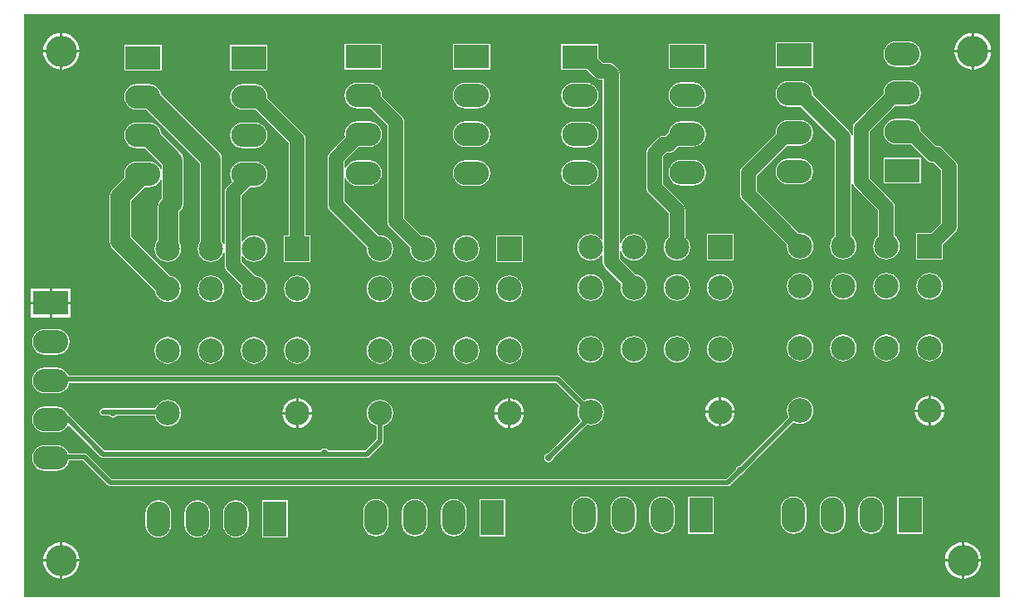
<source format=gbl>
G04*
G04 #@! TF.GenerationSoftware,Altium Limited,Altium Designer,20.2.2 (114)*
G04*
G04 Layer_Physical_Order=2*
G04 Layer_Color=16711680*
%FSLAX44Y44*%
%MOMM*%
G71*
G04*
G04 #@! TF.SameCoordinates,263EBA9D-054C-40F6-8731-2C9348E58862*
G04*
G04*
G04 #@! TF.FilePolarity,Positive*
G04*
G01*
G75*
%ADD24C,2.0000*%
%ADD25C,1.5000*%
%ADD26C,0.5000*%
%ADD27R,3.6000X2.4000*%
%ADD28O,3.6000X2.4000*%
%ADD29R,2.4000X3.6000*%
%ADD30O,2.4000X3.6000*%
%ADD31C,2.5000*%
%ADD32R,2.5000X2.5000*%
%ADD33C,0.7112*%
%ADD34C,3.2000*%
G36*
X997685Y2315D02*
X2315D01*
Y597686D01*
X997686D01*
X997685Y2315D01*
D02*
G37*
%LPC*%
G36*
X971270Y578505D02*
Y561270D01*
X988505D01*
X988272Y563634D01*
X987212Y567129D01*
X985490Y570350D01*
X983173Y573173D01*
X980350Y575490D01*
X977129Y577212D01*
X973634Y578272D01*
X971270Y578505D01*
D02*
G37*
G36*
X968730D02*
X966366Y578272D01*
X962871Y577212D01*
X959650Y575490D01*
X956827Y573173D01*
X954510Y570350D01*
X952788Y567129D01*
X951728Y563634D01*
X951495Y561270D01*
X968730D01*
Y578505D01*
D02*
G37*
G36*
X41270D02*
Y561270D01*
X58505D01*
X58272Y563634D01*
X57212Y567129D01*
X55490Y570350D01*
X53173Y573173D01*
X50350Y575490D01*
X47129Y577212D01*
X43635Y578272D01*
X41270Y578505D01*
D02*
G37*
G36*
X38730D02*
X36365Y578272D01*
X32871Y577212D01*
X29650Y575490D01*
X26827Y573173D01*
X24510Y570350D01*
X22788Y567129D01*
X21728Y563634D01*
X21495Y561270D01*
X38730D01*
Y578505D01*
D02*
G37*
G36*
X903890Y570062D02*
X891890D01*
X888496Y569615D01*
X885334Y568306D01*
X882618Y566222D01*
X880535Y563506D01*
X879225Y560344D01*
X878778Y556950D01*
X879225Y553556D01*
X880535Y550394D01*
X882618Y547678D01*
X885334Y545594D01*
X888496Y544285D01*
X891890Y543838D01*
X903890D01*
X907284Y544285D01*
X910446Y545594D01*
X913162Y547678D01*
X915246Y550394D01*
X916555Y553556D01*
X917002Y556950D01*
X916555Y560344D01*
X915246Y563506D01*
X913162Y566222D01*
X910446Y568306D01*
X907284Y569615D01*
X903890Y570062D01*
D02*
G37*
G36*
X806753Y568970D02*
X768753D01*
Y542970D01*
X806753D01*
Y568970D01*
D02*
G37*
G36*
X697686Y567700D02*
X659686D01*
Y541700D01*
X697686D01*
Y567700D01*
D02*
G37*
G36*
X58505Y558730D02*
X41270D01*
Y541495D01*
X43635Y541728D01*
X47129Y542788D01*
X50350Y544510D01*
X53173Y546827D01*
X55490Y549650D01*
X57212Y552871D01*
X58272Y556366D01*
X58505Y558730D01*
D02*
G37*
G36*
X38730D02*
X21495D01*
X21728Y556366D01*
X22788Y552871D01*
X24510Y549650D01*
X26827Y546827D01*
X29650Y544510D01*
X32871Y542788D01*
X36365Y541728D01*
X38730Y541495D01*
Y558730D01*
D02*
G37*
G36*
X988505D02*
X971270D01*
Y541495D01*
X973634Y541728D01*
X977129Y542788D01*
X980350Y544510D01*
X983173Y546827D01*
X985490Y549650D01*
X987212Y552871D01*
X988272Y556366D01*
X988505Y558730D01*
D02*
G37*
G36*
X968730D02*
X951495D01*
X951728Y556366D01*
X952788Y552871D01*
X954510Y549650D01*
X956827Y546827D01*
X959650Y544510D01*
X962871Y542788D01*
X966366Y541728D01*
X968730Y541495D01*
Y558730D01*
D02*
G37*
G36*
X477470Y567410D02*
X439470D01*
Y541410D01*
X477470D01*
Y567410D01*
D02*
G37*
G36*
X366980D02*
X328980D01*
Y541410D01*
X366980D01*
Y567410D01*
D02*
G37*
G36*
X250140Y566140D02*
X212140D01*
Y540140D01*
X250140D01*
Y566140D01*
D02*
G37*
G36*
X142190D02*
X104190D01*
Y540140D01*
X142190D01*
Y566140D01*
D02*
G37*
G36*
X684686Y528212D02*
X672686D01*
X669292Y527765D01*
X666130Y526455D01*
X663414Y524372D01*
X661330Y521656D01*
X660020Y518494D01*
X659574Y515100D01*
X660020Y511706D01*
X661330Y508544D01*
X663414Y505828D01*
X666130Y503745D01*
X669292Y502435D01*
X672686Y501988D01*
X684686D01*
X688079Y502435D01*
X691242Y503745D01*
X693957Y505828D01*
X696041Y508544D01*
X697351Y511706D01*
X697798Y515100D01*
X697351Y518494D01*
X696041Y521656D01*
X693957Y524372D01*
X691242Y526455D01*
X688079Y527765D01*
X684686Y528212D01*
D02*
G37*
G36*
X464470Y527922D02*
X452470D01*
X449076Y527475D01*
X445914Y526166D01*
X443198Y524082D01*
X441115Y521366D01*
X439805Y518204D01*
X439358Y514810D01*
X439805Y511416D01*
X441115Y508254D01*
X443198Y505538D01*
X445914Y503455D01*
X449076Y502145D01*
X452470Y501698D01*
X464470D01*
X467864Y502145D01*
X471026Y503455D01*
X473742Y505538D01*
X475826Y508254D01*
X477135Y511416D01*
X477582Y514810D01*
X477135Y518204D01*
X475826Y521366D01*
X473742Y524082D01*
X471026Y526166D01*
X467864Y527475D01*
X464470Y527922D01*
D02*
G37*
G36*
X574960Y527692D02*
X562960D01*
X559566Y527245D01*
X556404Y525936D01*
X553688Y523852D01*
X551604Y521136D01*
X550295Y517974D01*
X549848Y514580D01*
X550295Y511186D01*
X551604Y508024D01*
X553688Y505308D01*
X556404Y503224D01*
X559566Y501915D01*
X562960Y501468D01*
X574960D01*
X578354Y501915D01*
X581516Y503224D01*
X584232Y505308D01*
X586315Y508024D01*
X587625Y511186D01*
X588072Y514580D01*
X587625Y517974D01*
X586315Y521136D01*
X584232Y523852D01*
X581516Y525936D01*
X578354Y527245D01*
X574960Y527692D01*
D02*
G37*
G36*
X903890Y530462D02*
X891890D01*
X888496Y530015D01*
X885334Y528705D01*
X882618Y526622D01*
X880535Y523906D01*
X879225Y520744D01*
X878778Y517350D01*
X878893Y516477D01*
X849918Y487502D01*
X848555Y485727D01*
X847699Y483659D01*
X847407Y481440D01*
Y474403D01*
X846137Y474319D01*
X846111Y474512D01*
X845255Y476579D01*
X843892Y478355D01*
X806750Y515497D01*
X806865Y516370D01*
X806418Y519764D01*
X805108Y522926D01*
X803025Y525642D01*
X800309Y527725D01*
X797147Y529035D01*
X793753Y529482D01*
X781753D01*
X778359Y529035D01*
X775197Y527725D01*
X772481Y525642D01*
X770397Y522926D01*
X769088Y519764D01*
X768641Y516370D01*
X769088Y512976D01*
X770397Y509814D01*
X772481Y507098D01*
X775197Y505014D01*
X778359Y503705D01*
X781753Y503258D01*
X793753D01*
X794626Y503373D01*
X829257Y468741D01*
Y371478D01*
X828202Y370668D01*
X826038Y367848D01*
X824678Y364564D01*
X824214Y361040D01*
X824678Y357516D01*
X826038Y354232D01*
X828202Y351412D01*
X831022Y349248D01*
X834306Y347888D01*
X837830Y347424D01*
X841354Y347888D01*
X844638Y349248D01*
X847458Y351412D01*
X849622Y354232D01*
X850983Y357516D01*
X851447Y361040D01*
X850983Y364564D01*
X849622Y367848D01*
X847458Y370668D01*
X846404Y371478D01*
Y424463D01*
X847673Y424546D01*
X847699Y424354D01*
X848555Y422286D01*
X849918Y420511D01*
X873257Y397172D01*
Y371478D01*
X872202Y370668D01*
X870038Y367848D01*
X868678Y364564D01*
X868214Y361040D01*
X868678Y357516D01*
X870038Y354232D01*
X872202Y351412D01*
X875022Y349248D01*
X878306Y347888D01*
X881830Y347424D01*
X885354Y347888D01*
X888638Y349248D01*
X891458Y351412D01*
X893622Y354232D01*
X894983Y357516D01*
X895446Y361040D01*
X894983Y364564D01*
X893622Y367848D01*
X891458Y370668D01*
X890403Y371478D01*
Y400723D01*
X890111Y402942D01*
X889255Y405010D01*
X887892Y406785D01*
X864553Y430124D01*
Y477889D01*
X891017Y504353D01*
X891890Y504238D01*
X903890D01*
X907284Y504685D01*
X910446Y505994D01*
X913162Y508078D01*
X915246Y510794D01*
X916555Y513956D01*
X917002Y517350D01*
X916555Y520744D01*
X915246Y523906D01*
X913162Y526622D01*
X910446Y528705D01*
X907284Y530015D01*
X903890Y530462D01*
D02*
G37*
G36*
X793753Y489882D02*
X781753D01*
X778359Y489435D01*
X775197Y488125D01*
X772481Y486042D01*
X770397Y483326D01*
X769088Y480164D01*
X768641Y476770D01*
X768756Y475897D01*
X734788Y441930D01*
X733426Y440154D01*
X732569Y438086D01*
X732277Y435868D01*
Y414020D01*
X732569Y411801D01*
X733426Y409733D01*
X734788Y407958D01*
X780387Y362359D01*
X780214Y361040D01*
X780678Y357516D01*
X782038Y354232D01*
X784202Y351412D01*
X787022Y349248D01*
X790306Y347888D01*
X793830Y347424D01*
X797354Y347888D01*
X800638Y349248D01*
X803458Y351412D01*
X805622Y354232D01*
X806983Y357516D01*
X807447Y361040D01*
X806983Y364564D01*
X805622Y367848D01*
X803458Y370668D01*
X800638Y372832D01*
X797354Y374193D01*
X793830Y374657D01*
X792512Y374483D01*
X749424Y417571D01*
Y432316D01*
X780880Y463773D01*
X781753Y463658D01*
X793753D01*
X797147Y464105D01*
X800309Y465415D01*
X803025Y467498D01*
X805108Y470214D01*
X806418Y473376D01*
X806865Y476770D01*
X806418Y480164D01*
X805108Y483326D01*
X803025Y486042D01*
X800309Y488125D01*
X797147Y489435D01*
X793753Y489882D01*
D02*
G37*
G36*
X684686Y488612D02*
X672686D01*
X669292Y488165D01*
X666130Y486856D01*
X663414Y484772D01*
X661330Y482056D01*
X660020Y478894D01*
X659793Y477167D01*
X655916Y473290D01*
X653947D01*
X651728Y472998D01*
X649660Y472141D01*
X647885Y470779D01*
X639098Y461992D01*
X637735Y460217D01*
X636879Y458149D01*
X636587Y455930D01*
Y420646D01*
X636879Y418428D01*
X637735Y416360D01*
X639098Y414584D01*
X659473Y394208D01*
Y370208D01*
X658418Y369398D01*
X656255Y366578D01*
X654894Y363294D01*
X654430Y359770D01*
X654894Y356246D01*
X656255Y352962D01*
X658418Y350142D01*
X661238Y347978D01*
X664522Y346618D01*
X668047Y346154D01*
X671571Y346618D01*
X674855Y347978D01*
X677675Y350142D01*
X679839Y352962D01*
X681199Y356246D01*
X681663Y359770D01*
X681199Y363294D01*
X679839Y366578D01*
X677675Y369398D01*
X676620Y370208D01*
Y397760D01*
X676328Y399979D01*
X675471Y402046D01*
X674109Y403822D01*
X653733Y424198D01*
Y452379D01*
X657498Y456143D01*
X659467D01*
X661686Y456436D01*
X663754Y457292D01*
X665529Y458655D01*
X669661Y462786D01*
X672686Y462388D01*
X684686D01*
X688079Y462835D01*
X691242Y464145D01*
X693957Y466228D01*
X696041Y468944D01*
X697351Y472106D01*
X697798Y475500D01*
X697351Y478894D01*
X696041Y482056D01*
X693957Y484772D01*
X691242Y486856D01*
X688079Y488165D01*
X684686Y488612D01*
D02*
G37*
G36*
X464470Y488322D02*
X452470D01*
X449076Y487875D01*
X445914Y486566D01*
X443198Y484482D01*
X441115Y481766D01*
X439805Y478604D01*
X439358Y475210D01*
X439805Y471816D01*
X441115Y468654D01*
X443198Y465938D01*
X445914Y463854D01*
X449076Y462545D01*
X452470Y462098D01*
X464470D01*
X467864Y462545D01*
X471026Y463854D01*
X473742Y465938D01*
X475826Y468654D01*
X477135Y471816D01*
X477582Y475210D01*
X477135Y478604D01*
X475826Y481766D01*
X473742Y484482D01*
X471026Y486566D01*
X467864Y487875D01*
X464470Y488322D01*
D02*
G37*
G36*
X574960Y488092D02*
X562960D01*
X559566Y487645D01*
X556404Y486335D01*
X553688Y484252D01*
X551604Y481536D01*
X550295Y478374D01*
X549848Y474980D01*
X550295Y471586D01*
X551604Y468424D01*
X553688Y465708D01*
X556404Y463624D01*
X559566Y462315D01*
X562960Y461868D01*
X574960D01*
X578354Y462315D01*
X581516Y463624D01*
X584232Y465708D01*
X586315Y468424D01*
X587625Y471586D01*
X588072Y474980D01*
X587625Y478374D01*
X586315Y481536D01*
X584232Y484252D01*
X581516Y486335D01*
X578354Y487645D01*
X574960Y488092D01*
D02*
G37*
G36*
X237140Y487052D02*
X225140D01*
X221746Y486605D01*
X218584Y485295D01*
X215868Y483212D01*
X213785Y480496D01*
X212475Y477334D01*
X212028Y473940D01*
X212475Y470546D01*
X213785Y467384D01*
X215868Y464668D01*
X218584Y462584D01*
X221746Y461275D01*
X225140Y460828D01*
X237140D01*
X240534Y461275D01*
X243696Y462584D01*
X246412Y464668D01*
X248496Y467384D01*
X249805Y470546D01*
X250252Y473940D01*
X249805Y477334D01*
X248496Y480496D01*
X246412Y483212D01*
X243696Y485295D01*
X240534Y486605D01*
X237140Y487052D01*
D02*
G37*
G36*
X129190D02*
X117190D01*
X113796Y486605D01*
X110634Y485295D01*
X107918Y483212D01*
X105835Y480496D01*
X104525Y477334D01*
X104078Y473940D01*
X104525Y470546D01*
X105835Y467384D01*
X107918Y464668D01*
X110634Y462584D01*
X113796Y461275D01*
X117190Y460828D01*
X125529D01*
X142635Y443722D01*
Y439170D01*
X141365Y438917D01*
X140546Y440896D01*
X138462Y443612D01*
X135746Y445695D01*
X132584Y447005D01*
X129190Y447452D01*
X117190D01*
X113796Y447005D01*
X110634Y445695D01*
X107918Y443612D01*
X105835Y440896D01*
X104525Y437734D01*
X104078Y434340D01*
X104476Y431316D01*
X92485Y419325D01*
X90722Y417028D01*
X89613Y414352D01*
X89235Y411480D01*
Y365840D01*
X89613Y362969D01*
X90722Y360293D01*
X92485Y357995D01*
X135368Y315111D01*
X135518Y313976D01*
X136878Y310692D01*
X139042Y307872D01*
X141862Y305708D01*
X145146Y304347D01*
X148670Y303883D01*
X152194Y304347D01*
X155478Y305708D01*
X158299Y307872D01*
X160462Y310692D01*
X161823Y313976D01*
X162287Y317500D01*
X161823Y321024D01*
X160462Y324308D01*
X158299Y327128D01*
X155478Y329292D01*
X152194Y330653D01*
X151059Y330802D01*
X111425Y370436D01*
Y406884D01*
X124270Y419729D01*
X125420Y421228D01*
X129190D01*
X132584Y421675D01*
X135746Y422985D01*
X138462Y425068D01*
X140546Y427784D01*
X141365Y429763D01*
X142635Y429510D01*
Y409509D01*
X141782Y408655D01*
X140018Y406357D01*
X138910Y403681D01*
X138532Y400810D01*
Y367464D01*
X136878Y365308D01*
X135518Y362024D01*
X135054Y358500D01*
X135518Y354976D01*
X136878Y351692D01*
X139042Y348872D01*
X141862Y346708D01*
X145146Y345348D01*
X148670Y344884D01*
X152194Y345348D01*
X155478Y346708D01*
X158299Y348872D01*
X160462Y351692D01*
X161823Y354976D01*
X162287Y358500D01*
X161823Y362024D01*
X160722Y364682D01*
Y396214D01*
X161575Y397068D01*
X163339Y399366D01*
X164447Y402041D01*
X164825Y404913D01*
Y448318D01*
X164447Y451189D01*
X163339Y453865D01*
X161575Y456163D01*
X142075Y475663D01*
X141855Y477334D01*
X140546Y480496D01*
X138462Y483212D01*
X135746Y485295D01*
X132584Y486605D01*
X129190Y487052D01*
D02*
G37*
G36*
X916890Y451150D02*
X878890D01*
Y425150D01*
X916890D01*
Y451150D01*
D02*
G37*
G36*
X793753Y450282D02*
X781753D01*
X778359Y449835D01*
X775197Y448526D01*
X772481Y446442D01*
X770397Y443726D01*
X769088Y440564D01*
X768641Y437170D01*
X769088Y433776D01*
X770397Y430614D01*
X772481Y427898D01*
X775197Y425815D01*
X778359Y424505D01*
X781753Y424058D01*
X793753D01*
X797147Y424505D01*
X800309Y425815D01*
X803025Y427898D01*
X805108Y430614D01*
X806418Y433776D01*
X806865Y437170D01*
X806418Y440564D01*
X805108Y443726D01*
X803025Y446442D01*
X800309Y448526D01*
X797147Y449835D01*
X793753Y450282D01*
D02*
G37*
G36*
X684686Y449012D02*
X672686D01*
X669292Y448565D01*
X666130Y447256D01*
X663414Y445172D01*
X661330Y442456D01*
X660020Y439294D01*
X659574Y435900D01*
X660020Y432506D01*
X661330Y429344D01*
X663414Y426628D01*
X666130Y424544D01*
X669292Y423235D01*
X672686Y422788D01*
X684686D01*
X688079Y423235D01*
X691242Y424544D01*
X693957Y426628D01*
X696041Y429344D01*
X697351Y432506D01*
X697798Y435900D01*
X697351Y439294D01*
X696041Y442456D01*
X693957Y445172D01*
X691242Y447256D01*
X688079Y448565D01*
X684686Y449012D01*
D02*
G37*
G36*
X464470Y448722D02*
X452470D01*
X449076Y448275D01*
X445914Y446965D01*
X443198Y444882D01*
X441115Y442166D01*
X439805Y439004D01*
X439358Y435610D01*
X439805Y432216D01*
X441115Y429054D01*
X443198Y426338D01*
X445914Y424254D01*
X449076Y422945D01*
X452470Y422498D01*
X464470D01*
X467864Y422945D01*
X471026Y424254D01*
X473742Y426338D01*
X475826Y429054D01*
X477135Y432216D01*
X477582Y435610D01*
X477135Y439004D01*
X475826Y442166D01*
X473742Y444882D01*
X471026Y446965D01*
X467864Y448275D01*
X464470Y448722D01*
D02*
G37*
G36*
X353980Y488322D02*
X341980D01*
X338586Y487875D01*
X335424Y486566D01*
X332708Y484482D01*
X330625Y481766D01*
X329315Y478604D01*
X328868Y475210D01*
X329266Y472185D01*
X313978Y456897D01*
X312615Y455121D01*
X311759Y453054D01*
X311467Y450835D01*
Y403454D01*
X311759Y401235D01*
X312615Y399167D01*
X313978Y397392D01*
X351551Y359818D01*
X351377Y358500D01*
X351841Y354976D01*
X353201Y351692D01*
X355365Y348872D01*
X358185Y346708D01*
X361469Y345348D01*
X364994Y344884D01*
X368518Y345348D01*
X371802Y346708D01*
X374622Y348872D01*
X376786Y351692D01*
X378146Y354976D01*
X378610Y358500D01*
X378146Y362024D01*
X376786Y365308D01*
X374622Y368129D01*
X371802Y370292D01*
X368518Y371653D01*
X364994Y372117D01*
X363675Y371943D01*
X328613Y407005D01*
Y430591D01*
X329883Y430843D01*
X330625Y429054D01*
X332708Y426338D01*
X335424Y424254D01*
X338586Y422945D01*
X341980Y422498D01*
X353980D01*
X357374Y422945D01*
X360536Y424254D01*
X363252Y426338D01*
X365336Y429054D01*
X366645Y432216D01*
X367092Y435610D01*
X366645Y439004D01*
X365336Y442166D01*
X363252Y444882D01*
X360536Y446965D01*
X357374Y448275D01*
X353980Y448722D01*
X341980D01*
X338586Y448275D01*
X335424Y446965D01*
X332708Y444882D01*
X330625Y442166D01*
X329883Y440377D01*
X328613Y440629D01*
Y447283D01*
X343428Y462098D01*
X353980D01*
X357374Y462545D01*
X360536Y463854D01*
X363252Y465938D01*
X365336Y468654D01*
X366645Y471816D01*
X367092Y475210D01*
X366645Y478604D01*
X365336Y481766D01*
X363252Y484482D01*
X360536Y486566D01*
X357374Y487875D01*
X353980Y488322D01*
D02*
G37*
G36*
X574960Y448492D02*
X562960D01*
X559566Y448045D01*
X556404Y446735D01*
X553688Y444652D01*
X551604Y441936D01*
X550295Y438774D01*
X549848Y435380D01*
X550295Y431986D01*
X551604Y428824D01*
X553688Y426108D01*
X556404Y424025D01*
X559566Y422715D01*
X562960Y422268D01*
X574960D01*
X578354Y422715D01*
X581516Y424025D01*
X584232Y426108D01*
X586315Y428824D01*
X587625Y431986D01*
X588072Y435380D01*
X587625Y438774D01*
X586315Y441936D01*
X584232Y444652D01*
X581516Y446735D01*
X578354Y448045D01*
X574960Y448492D01*
D02*
G37*
G36*
X587960Y567180D02*
X549960D01*
Y541180D01*
X575835D01*
X583328Y533688D01*
X585103Y532325D01*
X587171Y531469D01*
X589390Y531177D01*
X592473D01*
Y367838D01*
X591203Y367407D01*
X589675Y369398D01*
X586855Y371562D01*
X583571Y372923D01*
X580047Y373387D01*
X576523Y372923D01*
X573239Y371562D01*
X570419Y369398D01*
X568255Y366578D01*
X566894Y363294D01*
X566430Y359770D01*
X566894Y356246D01*
X568255Y352962D01*
X570419Y350142D01*
X573239Y347978D01*
X576523Y346618D01*
X580047Y346154D01*
X583571Y346618D01*
X586855Y347978D01*
X589675Y350142D01*
X591203Y352134D01*
X592473Y351702D01*
Y344476D01*
X592766Y342257D01*
X593622Y340189D01*
X594985Y338414D01*
X610956Y322443D01*
X610894Y322294D01*
X610430Y318770D01*
X610894Y315246D01*
X612255Y311962D01*
X614418Y309142D01*
X617239Y306978D01*
X620523Y305618D01*
X624047Y305154D01*
X627571Y305618D01*
X630855Y306978D01*
X633675Y309142D01*
X635839Y311962D01*
X637199Y315246D01*
X637663Y318770D01*
X637199Y322294D01*
X635839Y325578D01*
X633675Y328398D01*
X630855Y330562D01*
X627571Y331922D01*
X625445Y332202D01*
X609620Y348027D01*
Y356194D01*
X610890Y356277D01*
X610894Y356246D01*
X612255Y352962D01*
X614418Y350142D01*
X617239Y347978D01*
X620523Y346618D01*
X624047Y346154D01*
X627571Y346618D01*
X630855Y347978D01*
X633675Y350142D01*
X635839Y352962D01*
X637199Y356246D01*
X637663Y359770D01*
X637199Y363294D01*
X635839Y366578D01*
X633675Y369398D01*
X630855Y371562D01*
X627571Y372923D01*
X624047Y373387D01*
X620523Y372923D01*
X617239Y371562D01*
X614418Y369398D01*
X612255Y366578D01*
X610894Y363294D01*
X610890Y363263D01*
X609620Y363346D01*
Y536873D01*
X609328Y539092D01*
X608472Y541160D01*
X607109Y542935D01*
X604232Y545812D01*
X602457Y547175D01*
X600389Y548031D01*
X598170Y548323D01*
X592941D01*
X587960Y553305D01*
Y567180D01*
D02*
G37*
G36*
X903890Y490862D02*
X891890D01*
X888496Y490415D01*
X885334Y489105D01*
X882618Y487022D01*
X880535Y484306D01*
X879225Y481144D01*
X878778Y477750D01*
X879225Y474356D01*
X880535Y471194D01*
X882618Y468478D01*
X885334Y466395D01*
X888496Y465085D01*
X891890Y464638D01*
X903890D01*
X906915Y465036D01*
X923198Y448752D01*
X924974Y447390D01*
X927042Y446534D01*
X929261Y446241D01*
X929744D01*
X937577Y438409D01*
Y384911D01*
X927205Y374540D01*
X912330D01*
Y347540D01*
X939330D01*
Y362416D01*
X952212Y375298D01*
X953575Y377074D01*
X954431Y379141D01*
X954723Y381360D01*
Y441960D01*
X954431Y444179D01*
X953575Y446247D01*
X952212Y448022D01*
X939358Y460877D01*
X937582Y462239D01*
X935514Y463096D01*
X933295Y463388D01*
X932812D01*
X916783Y479417D01*
X916555Y481144D01*
X915246Y484306D01*
X913162Y487022D01*
X910446Y489105D01*
X907284Y490415D01*
X903890Y490862D01*
D02*
G37*
G36*
X725547Y373270D02*
X698547D01*
Y346270D01*
X725547D01*
Y373270D01*
D02*
G37*
G36*
X510493Y372000D02*
X483493D01*
Y345000D01*
X510493D01*
Y372000D01*
D02*
G37*
G36*
X237140Y526652D02*
X225140D01*
X221746Y526205D01*
X218584Y524896D01*
X215868Y522812D01*
X213785Y520096D01*
X212475Y516934D01*
X212028Y513540D01*
X212475Y510146D01*
X213785Y506984D01*
X215868Y504268D01*
X218584Y502184D01*
X221746Y500875D01*
X225140Y500428D01*
X237140D01*
X238013Y500543D01*
X272097Y466459D01*
Y372000D01*
X267170D01*
Y345000D01*
X294170D01*
Y372000D01*
X289243D01*
Y470010D01*
X289243Y470010D01*
X288951Y472229D01*
X288095Y474297D01*
X286732Y476072D01*
X250137Y512667D01*
X250252Y513540D01*
X249805Y516934D01*
X248496Y520096D01*
X246412Y522812D01*
X243696Y524896D01*
X240534Y526205D01*
X237140Y526652D01*
D02*
G37*
G36*
X452993Y372117D02*
X449469Y371653D01*
X446185Y370292D01*
X443365Y368129D01*
X441201Y365308D01*
X439841Y362024D01*
X439377Y358500D01*
X439841Y354976D01*
X441201Y351692D01*
X443365Y348872D01*
X446185Y346708D01*
X449469Y345348D01*
X452993Y344884D01*
X456518Y345348D01*
X459802Y346708D01*
X462622Y348872D01*
X464786Y351692D01*
X466146Y354976D01*
X466610Y358500D01*
X466146Y362024D01*
X464786Y365308D01*
X462622Y368129D01*
X459802Y370292D01*
X456518Y371653D01*
X452993Y372117D01*
D02*
G37*
G36*
X353980Y527922D02*
X341980D01*
X338586Y527475D01*
X335424Y526166D01*
X332708Y524082D01*
X330625Y521366D01*
X329315Y518204D01*
X328868Y514810D01*
X329315Y511416D01*
X330625Y508254D01*
X332708Y505538D01*
X335424Y503455D01*
X338586Y502145D01*
X341980Y501698D01*
X353980D01*
X354853Y501813D01*
X372818Y483848D01*
Y386103D01*
X373110Y383884D01*
X373966Y381816D01*
X375329Y380040D01*
X395551Y359818D01*
X395377Y358500D01*
X395841Y354976D01*
X397201Y351692D01*
X399365Y348872D01*
X402185Y346708D01*
X405469Y345348D01*
X408993Y344884D01*
X412518Y345348D01*
X415802Y346708D01*
X418622Y348872D01*
X420786Y351692D01*
X422146Y354976D01*
X422610Y358500D01*
X422146Y362024D01*
X420786Y365308D01*
X418622Y368129D01*
X415802Y370292D01*
X412518Y371653D01*
X408993Y372117D01*
X407675Y371943D01*
X389964Y389654D01*
Y487399D01*
X389672Y489618D01*
X388816Y491686D01*
X387453Y493461D01*
X366977Y513937D01*
X367092Y514810D01*
X366645Y518204D01*
X365336Y521366D01*
X363252Y524082D01*
X360536Y526166D01*
X357374Y527475D01*
X353980Y527922D01*
D02*
G37*
G36*
X129190Y526652D02*
X117190D01*
X113796Y526205D01*
X110634Y524896D01*
X107918Y522812D01*
X105835Y520096D01*
X104525Y516934D01*
X104078Y513540D01*
X104525Y510146D01*
X105835Y506984D01*
X107918Y504268D01*
X110634Y502184D01*
X113796Y500875D01*
X117190Y500428D01*
X126612D01*
X181575Y445464D01*
Y366217D01*
X180878Y365308D01*
X179518Y362024D01*
X179054Y358500D01*
X179518Y354976D01*
X180878Y351692D01*
X183042Y348872D01*
X185862Y346708D01*
X189146Y345348D01*
X192670Y344884D01*
X196194Y345348D01*
X199478Y346708D01*
X202299Y348872D01*
X204462Y351692D01*
X205367Y353876D01*
X206637Y353623D01*
Y341666D01*
X206929Y339447D01*
X207785Y337379D01*
X209148Y335604D01*
X223579Y321172D01*
X223518Y321024D01*
X223054Y317500D01*
X223518Y313976D01*
X224878Y310692D01*
X227042Y307872D01*
X229862Y305708D01*
X233146Y304347D01*
X236670Y303883D01*
X240194Y304347D01*
X243478Y305708D01*
X246298Y307872D01*
X248462Y310692D01*
X249823Y313976D01*
X250287Y317500D01*
X249823Y321024D01*
X248462Y324308D01*
X246298Y327128D01*
X243478Y329292D01*
X240194Y330653D01*
X238068Y330932D01*
X223783Y345217D01*
Y351243D01*
X225054Y351463D01*
X227042Y348872D01*
X229862Y346708D01*
X233146Y345348D01*
X236670Y344884D01*
X240194Y345348D01*
X243478Y346708D01*
X246298Y348872D01*
X248462Y351692D01*
X249823Y354976D01*
X250287Y358500D01*
X249823Y362024D01*
X248462Y365308D01*
X246298Y368129D01*
X243478Y370292D01*
X240194Y371653D01*
X236670Y372117D01*
X233146Y371653D01*
X229862Y370292D01*
X227042Y368129D01*
X225054Y365537D01*
X223783Y365757D01*
Y412319D01*
X232692Y421228D01*
X237140D01*
X240534Y421675D01*
X243696Y422985D01*
X246412Y425068D01*
X248496Y427784D01*
X249805Y430946D01*
X250252Y434340D01*
X249805Y437734D01*
X248496Y440896D01*
X246412Y443612D01*
X243696Y445695D01*
X240534Y447005D01*
X237140Y447452D01*
X225140D01*
X221746Y447005D01*
X218584Y445695D01*
X215868Y443612D01*
X213785Y440896D01*
X212475Y437734D01*
X212028Y434340D01*
X212475Y430946D01*
X213785Y427784D01*
X214312Y427096D01*
X209148Y421932D01*
X207785Y420157D01*
X206929Y418089D01*
X206637Y415870D01*
Y363377D01*
X205367Y363125D01*
X204462Y365308D01*
X203765Y366217D01*
Y450060D01*
X203387Y452931D01*
X202279Y455607D01*
X200515Y457905D01*
X141911Y516509D01*
X141855Y516934D01*
X140546Y520096D01*
X138462Y522812D01*
X135746Y524896D01*
X132584Y526205D01*
X129190Y526652D01*
D02*
G37*
G36*
X925830Y333656D02*
X922306Y333192D01*
X919022Y331832D01*
X916202Y329668D01*
X914038Y326848D01*
X912678Y323564D01*
X912214Y320040D01*
X912678Y316516D01*
X914038Y313232D01*
X916202Y310412D01*
X919022Y308248D01*
X922306Y306887D01*
X925830Y306423D01*
X929354Y306887D01*
X932638Y308248D01*
X935458Y310412D01*
X937622Y313232D01*
X938982Y316516D01*
X939446Y320040D01*
X938982Y323564D01*
X937622Y326848D01*
X935458Y329668D01*
X932638Y331832D01*
X929354Y333192D01*
X925830Y333656D01*
D02*
G37*
G36*
X881830D02*
X878306Y333192D01*
X875022Y331832D01*
X872202Y329668D01*
X870038Y326848D01*
X868678Y323564D01*
X868214Y320040D01*
X868678Y316516D01*
X870038Y313232D01*
X872202Y310412D01*
X875022Y308248D01*
X878306Y306887D01*
X881830Y306423D01*
X885354Y306887D01*
X888638Y308248D01*
X891458Y310412D01*
X893622Y313232D01*
X894983Y316516D01*
X895446Y320040D01*
X894983Y323564D01*
X893622Y326848D01*
X891458Y329668D01*
X888638Y331832D01*
X885354Y333192D01*
X881830Y333656D01*
D02*
G37*
G36*
X837830D02*
X834306Y333192D01*
X831022Y331832D01*
X828202Y329668D01*
X826038Y326848D01*
X824678Y323564D01*
X824214Y320040D01*
X824678Y316516D01*
X826038Y313232D01*
X828202Y310412D01*
X831022Y308248D01*
X834306Y306887D01*
X837830Y306423D01*
X841354Y306887D01*
X844638Y308248D01*
X847458Y310412D01*
X849622Y313232D01*
X850983Y316516D01*
X851447Y320040D01*
X850983Y323564D01*
X849622Y326848D01*
X847458Y329668D01*
X844638Y331832D01*
X841354Y333192D01*
X837830Y333656D01*
D02*
G37*
G36*
X793830D02*
X790306Y333192D01*
X787022Y331832D01*
X784202Y329668D01*
X782038Y326848D01*
X780678Y323564D01*
X780214Y320040D01*
X780678Y316516D01*
X782038Y313232D01*
X784202Y310412D01*
X787022Y308248D01*
X790306Y306887D01*
X793830Y306423D01*
X797354Y306887D01*
X800638Y308248D01*
X803458Y310412D01*
X805622Y313232D01*
X806983Y316516D01*
X807447Y320040D01*
X806983Y323564D01*
X805622Y326848D01*
X803458Y329668D01*
X800638Y331832D01*
X797354Y333192D01*
X793830Y333656D01*
D02*
G37*
G36*
X712047Y332387D02*
X708522Y331922D01*
X705238Y330562D01*
X702418Y328398D01*
X700254Y325578D01*
X698894Y322294D01*
X698430Y318770D01*
X698894Y315246D01*
X700254Y311962D01*
X702418Y309142D01*
X705238Y306978D01*
X708522Y305618D01*
X712047Y305154D01*
X715571Y305618D01*
X718855Y306978D01*
X721675Y309142D01*
X723839Y311962D01*
X725199Y315246D01*
X725663Y318770D01*
X725199Y322294D01*
X723839Y325578D01*
X721675Y328398D01*
X718855Y330562D01*
X715571Y331922D01*
X712047Y332387D01*
D02*
G37*
G36*
X668047D02*
X664522Y331922D01*
X661238Y330562D01*
X658418Y328398D01*
X656255Y325578D01*
X654894Y322294D01*
X654430Y318770D01*
X654894Y315246D01*
X656255Y311962D01*
X658418Y309142D01*
X661238Y306978D01*
X664522Y305618D01*
X668047Y305154D01*
X671571Y305618D01*
X674855Y306978D01*
X677675Y309142D01*
X679839Y311962D01*
X681199Y315246D01*
X681663Y318770D01*
X681199Y322294D01*
X679839Y325578D01*
X677675Y328398D01*
X674855Y330562D01*
X671571Y331922D01*
X668047Y332387D01*
D02*
G37*
G36*
X580047D02*
X576523Y331922D01*
X573239Y330562D01*
X570419Y328398D01*
X568255Y325578D01*
X566894Y322294D01*
X566430Y318770D01*
X566894Y315246D01*
X568255Y311962D01*
X570419Y309142D01*
X573239Y306978D01*
X576523Y305618D01*
X580047Y305154D01*
X583571Y305618D01*
X586855Y306978D01*
X589675Y309142D01*
X591839Y311962D01*
X593199Y315246D01*
X593663Y318770D01*
X593199Y322294D01*
X591839Y325578D01*
X589675Y328398D01*
X586855Y330562D01*
X583571Y331922D01*
X580047Y332387D01*
D02*
G37*
G36*
X49750Y317490D02*
X30480D01*
Y304220D01*
X49750D01*
Y317490D01*
D02*
G37*
G36*
X27940D02*
X8670D01*
Y304220D01*
X27940D01*
Y317490D01*
D02*
G37*
G36*
X496993Y331116D02*
X493469Y330653D01*
X490185Y329292D01*
X487365Y327128D01*
X485201Y324308D01*
X483841Y321024D01*
X483377Y317500D01*
X483841Y313976D01*
X485201Y310692D01*
X487365Y307872D01*
X490185Y305708D01*
X493469Y304347D01*
X496993Y303883D01*
X500518Y304347D01*
X503801Y305708D01*
X506622Y307872D01*
X508786Y310692D01*
X510146Y313976D01*
X510610Y317500D01*
X510146Y321024D01*
X508786Y324308D01*
X506622Y327128D01*
X503801Y329292D01*
X500518Y330653D01*
X496993Y331116D01*
D02*
G37*
G36*
X452993D02*
X449469Y330653D01*
X446185Y329292D01*
X443365Y327128D01*
X441201Y324308D01*
X439841Y321024D01*
X439377Y317500D01*
X439841Y313976D01*
X441201Y310692D01*
X443365Y307872D01*
X446185Y305708D01*
X449469Y304347D01*
X452993Y303883D01*
X456518Y304347D01*
X459802Y305708D01*
X462622Y307872D01*
X464786Y310692D01*
X466146Y313976D01*
X466610Y317500D01*
X466146Y321024D01*
X464786Y324308D01*
X462622Y327128D01*
X459802Y329292D01*
X456518Y330653D01*
X452993Y331116D01*
D02*
G37*
G36*
X408993D02*
X405469Y330653D01*
X402185Y329292D01*
X399365Y327128D01*
X397201Y324308D01*
X395841Y321024D01*
X395377Y317500D01*
X395841Y313976D01*
X397201Y310692D01*
X399365Y307872D01*
X402185Y305708D01*
X405469Y304347D01*
X408993Y303883D01*
X412518Y304347D01*
X415802Y305708D01*
X418622Y307872D01*
X420786Y310692D01*
X422146Y313976D01*
X422610Y317500D01*
X422146Y321024D01*
X420786Y324308D01*
X418622Y327128D01*
X415802Y329292D01*
X412518Y330653D01*
X408993Y331116D01*
D02*
G37*
G36*
X364994D02*
X361469Y330653D01*
X358185Y329292D01*
X355365Y327128D01*
X353201Y324308D01*
X351841Y321024D01*
X351377Y317500D01*
X351841Y313976D01*
X353201Y310692D01*
X355365Y307872D01*
X358185Y305708D01*
X361469Y304347D01*
X364994Y303883D01*
X368518Y304347D01*
X371802Y305708D01*
X374622Y307872D01*
X376786Y310692D01*
X378146Y313976D01*
X378610Y317500D01*
X378146Y321024D01*
X376786Y324308D01*
X374622Y327128D01*
X371802Y329292D01*
X368518Y330653D01*
X364994Y331116D01*
D02*
G37*
G36*
X280670D02*
X277146Y330653D01*
X273862Y329292D01*
X271042Y327128D01*
X268878Y324308D01*
X267518Y321024D01*
X267054Y317500D01*
X267518Y313976D01*
X268878Y310692D01*
X271042Y307872D01*
X273862Y305708D01*
X277146Y304347D01*
X280670Y303883D01*
X284194Y304347D01*
X287478Y305708D01*
X290298Y307872D01*
X292462Y310692D01*
X293822Y313976D01*
X294286Y317500D01*
X293822Y321024D01*
X292462Y324308D01*
X290298Y327128D01*
X287478Y329292D01*
X284194Y330653D01*
X280670Y331116D01*
D02*
G37*
G36*
X192670D02*
X189146Y330653D01*
X185862Y329292D01*
X183042Y327128D01*
X180878Y324308D01*
X179518Y321024D01*
X179054Y317500D01*
X179518Y313976D01*
X180878Y310692D01*
X183042Y307872D01*
X185862Y305708D01*
X189146Y304347D01*
X192670Y303883D01*
X196194Y304347D01*
X199478Y305708D01*
X202299Y307872D01*
X204462Y310692D01*
X205823Y313976D01*
X206287Y317500D01*
X205823Y321024D01*
X204462Y324308D01*
X202299Y327128D01*
X199478Y329292D01*
X196194Y330653D01*
X192670Y331116D01*
D02*
G37*
G36*
X49750Y301680D02*
X30480D01*
Y288410D01*
X49750D01*
Y301680D01*
D02*
G37*
G36*
X27940D02*
X8670D01*
Y288410D01*
X27940D01*
Y301680D01*
D02*
G37*
G36*
X35210Y276462D02*
X23210D01*
X19816Y276015D01*
X16654Y274706D01*
X13938Y272622D01*
X11854Y269906D01*
X10545Y266744D01*
X10098Y263350D01*
X10545Y259956D01*
X11854Y256794D01*
X13938Y254078D01*
X16654Y251994D01*
X19816Y250685D01*
X23210Y250238D01*
X35210D01*
X38604Y250685D01*
X41766Y251994D01*
X44482Y254078D01*
X46565Y256794D01*
X47875Y259956D01*
X48322Y263350D01*
X47875Y266744D01*
X46565Y269906D01*
X44482Y272622D01*
X41766Y274706D01*
X38604Y276015D01*
X35210Y276462D01*
D02*
G37*
G36*
X925830Y270657D02*
X922306Y270193D01*
X919022Y268832D01*
X916202Y266668D01*
X914038Y263848D01*
X912678Y260564D01*
X912214Y257040D01*
X912678Y253516D01*
X914038Y250232D01*
X916202Y247412D01*
X919022Y245248D01*
X922306Y243888D01*
X925830Y243424D01*
X929354Y243888D01*
X932638Y245248D01*
X935458Y247412D01*
X937622Y250232D01*
X938982Y253516D01*
X939446Y257040D01*
X938982Y260564D01*
X937622Y263848D01*
X935458Y266668D01*
X932638Y268832D01*
X929354Y270193D01*
X925830Y270657D01*
D02*
G37*
G36*
X881830D02*
X878306Y270193D01*
X875022Y268832D01*
X872202Y266668D01*
X870038Y263848D01*
X868678Y260564D01*
X868214Y257040D01*
X868678Y253516D01*
X870038Y250232D01*
X872202Y247412D01*
X875022Y245248D01*
X878306Y243888D01*
X881830Y243424D01*
X885354Y243888D01*
X888638Y245248D01*
X891458Y247412D01*
X893622Y250232D01*
X894983Y253516D01*
X895446Y257040D01*
X894983Y260564D01*
X893622Y263848D01*
X891458Y266668D01*
X888638Y268832D01*
X885354Y270193D01*
X881830Y270657D01*
D02*
G37*
G36*
X837830D02*
X834306Y270193D01*
X831022Y268832D01*
X828202Y266668D01*
X826038Y263848D01*
X824678Y260564D01*
X824214Y257040D01*
X824678Y253516D01*
X826038Y250232D01*
X828202Y247412D01*
X831022Y245248D01*
X834306Y243888D01*
X837830Y243424D01*
X841354Y243888D01*
X844638Y245248D01*
X847458Y247412D01*
X849622Y250232D01*
X850983Y253516D01*
X851447Y257040D01*
X850983Y260564D01*
X849622Y263848D01*
X847458Y266668D01*
X844638Y268832D01*
X841354Y270193D01*
X837830Y270657D01*
D02*
G37*
G36*
X793830D02*
X790306Y270193D01*
X787022Y268832D01*
X784202Y266668D01*
X782038Y263848D01*
X780678Y260564D01*
X780214Y257040D01*
X780678Y253516D01*
X782038Y250232D01*
X784202Y247412D01*
X787022Y245248D01*
X790306Y243888D01*
X793830Y243424D01*
X797354Y243888D01*
X800638Y245248D01*
X803458Y247412D01*
X805622Y250232D01*
X806983Y253516D01*
X807447Y257040D01*
X806983Y260564D01*
X805622Y263848D01*
X803458Y266668D01*
X800638Y268832D01*
X797354Y270193D01*
X793830Y270657D01*
D02*
G37*
G36*
X712047Y269387D02*
X708522Y268923D01*
X705238Y267562D01*
X702418Y265398D01*
X700254Y262578D01*
X698894Y259294D01*
X698430Y255770D01*
X698894Y252246D01*
X700254Y248962D01*
X702418Y246142D01*
X705238Y243978D01*
X708522Y242618D01*
X712047Y242154D01*
X715571Y242618D01*
X718855Y243978D01*
X721675Y246142D01*
X723839Y248962D01*
X725199Y252246D01*
X725663Y255770D01*
X725199Y259294D01*
X723839Y262578D01*
X721675Y265398D01*
X718855Y267562D01*
X715571Y268923D01*
X712047Y269387D01*
D02*
G37*
G36*
X668047D02*
X664522Y268923D01*
X661238Y267562D01*
X658418Y265398D01*
X656255Y262578D01*
X654894Y259294D01*
X654430Y255770D01*
X654894Y252246D01*
X656255Y248962D01*
X658418Y246142D01*
X661238Y243978D01*
X664522Y242618D01*
X668047Y242154D01*
X671571Y242618D01*
X674855Y243978D01*
X677675Y246142D01*
X679839Y248962D01*
X681199Y252246D01*
X681663Y255770D01*
X681199Y259294D01*
X679839Y262578D01*
X677675Y265398D01*
X674855Y267562D01*
X671571Y268923D01*
X668047Y269387D01*
D02*
G37*
G36*
X624047D02*
X620523Y268923D01*
X617239Y267562D01*
X614418Y265398D01*
X612255Y262578D01*
X610894Y259294D01*
X610430Y255770D01*
X610894Y252246D01*
X612255Y248962D01*
X614418Y246142D01*
X617239Y243978D01*
X620523Y242618D01*
X624047Y242154D01*
X627571Y242618D01*
X630855Y243978D01*
X633675Y246142D01*
X635839Y248962D01*
X637199Y252246D01*
X637663Y255770D01*
X637199Y259294D01*
X635839Y262578D01*
X633675Y265398D01*
X630855Y267562D01*
X627571Y268923D01*
X624047Y269387D01*
D02*
G37*
G36*
X580047D02*
X576523Y268923D01*
X573239Y267562D01*
X570419Y265398D01*
X568255Y262578D01*
X566894Y259294D01*
X566430Y255770D01*
X566894Y252246D01*
X568255Y248962D01*
X570419Y246142D01*
X573239Y243978D01*
X576523Y242618D01*
X580047Y242154D01*
X583571Y242618D01*
X586855Y243978D01*
X589675Y246142D01*
X591839Y248962D01*
X593199Y252246D01*
X593663Y255770D01*
X593199Y259294D01*
X591839Y262578D01*
X589675Y265398D01*
X586855Y267562D01*
X583571Y268923D01*
X580047Y269387D01*
D02*
G37*
G36*
X496993Y268117D02*
X493469Y267653D01*
X490185Y266292D01*
X487365Y264128D01*
X485201Y261308D01*
X483841Y258024D01*
X483377Y254500D01*
X483841Y250976D01*
X485201Y247692D01*
X487365Y244872D01*
X490185Y242708D01*
X493469Y241348D01*
X496993Y240884D01*
X500518Y241348D01*
X503801Y242708D01*
X506622Y244872D01*
X508786Y247692D01*
X510146Y250976D01*
X510610Y254500D01*
X510146Y258024D01*
X508786Y261308D01*
X506622Y264128D01*
X503801Y266292D01*
X500518Y267653D01*
X496993Y268117D01*
D02*
G37*
G36*
X452993D02*
X449469Y267653D01*
X446185Y266292D01*
X443365Y264128D01*
X441201Y261308D01*
X439841Y258024D01*
X439377Y254500D01*
X439841Y250976D01*
X441201Y247692D01*
X443365Y244872D01*
X446185Y242708D01*
X449469Y241348D01*
X452993Y240884D01*
X456518Y241348D01*
X459802Y242708D01*
X462622Y244872D01*
X464786Y247692D01*
X466146Y250976D01*
X466610Y254500D01*
X466146Y258024D01*
X464786Y261308D01*
X462622Y264128D01*
X459802Y266292D01*
X456518Y267653D01*
X452993Y268117D01*
D02*
G37*
G36*
X408993D02*
X405469Y267653D01*
X402185Y266292D01*
X399365Y264128D01*
X397201Y261308D01*
X395841Y258024D01*
X395377Y254500D01*
X395841Y250976D01*
X397201Y247692D01*
X399365Y244872D01*
X402185Y242708D01*
X405469Y241348D01*
X408993Y240884D01*
X412518Y241348D01*
X415802Y242708D01*
X418622Y244872D01*
X420786Y247692D01*
X422146Y250976D01*
X422610Y254500D01*
X422146Y258024D01*
X420786Y261308D01*
X418622Y264128D01*
X415802Y266292D01*
X412518Y267653D01*
X408993Y268117D01*
D02*
G37*
G36*
X364994D02*
X361469Y267653D01*
X358185Y266292D01*
X355365Y264128D01*
X353201Y261308D01*
X351841Y258024D01*
X351377Y254500D01*
X351841Y250976D01*
X353201Y247692D01*
X355365Y244872D01*
X358185Y242708D01*
X361469Y241348D01*
X364994Y240884D01*
X368518Y241348D01*
X371802Y242708D01*
X374622Y244872D01*
X376786Y247692D01*
X378146Y250976D01*
X378610Y254500D01*
X378146Y258024D01*
X376786Y261308D01*
X374622Y264128D01*
X371802Y266292D01*
X368518Y267653D01*
X364994Y268117D01*
D02*
G37*
G36*
X280670D02*
X277146Y267653D01*
X273862Y266292D01*
X271042Y264128D01*
X268878Y261308D01*
X267518Y258024D01*
X267054Y254500D01*
X267518Y250976D01*
X268878Y247692D01*
X271042Y244872D01*
X273862Y242708D01*
X277146Y241348D01*
X280670Y240884D01*
X284194Y241348D01*
X287478Y242708D01*
X290298Y244872D01*
X292462Y247692D01*
X293822Y250976D01*
X294286Y254500D01*
X293822Y258024D01*
X292462Y261308D01*
X290298Y264128D01*
X287478Y266292D01*
X284194Y267653D01*
X280670Y268117D01*
D02*
G37*
G36*
X236670D02*
X233146Y267653D01*
X229862Y266292D01*
X227042Y264128D01*
X224878Y261308D01*
X223518Y258024D01*
X223054Y254500D01*
X223518Y250976D01*
X224878Y247692D01*
X227042Y244872D01*
X229862Y242708D01*
X233146Y241348D01*
X236670Y240884D01*
X240194Y241348D01*
X243478Y242708D01*
X246298Y244872D01*
X248462Y247692D01*
X249823Y250976D01*
X250287Y254500D01*
X249823Y258024D01*
X248462Y261308D01*
X246298Y264128D01*
X243478Y266292D01*
X240194Y267653D01*
X236670Y268117D01*
D02*
G37*
G36*
X192670D02*
X189146Y267653D01*
X185862Y266292D01*
X183042Y264128D01*
X180878Y261308D01*
X179518Y258024D01*
X179054Y254500D01*
X179518Y250976D01*
X180878Y247692D01*
X183042Y244872D01*
X185862Y242708D01*
X189146Y241348D01*
X192670Y240884D01*
X196194Y241348D01*
X199478Y242708D01*
X202299Y244872D01*
X204462Y247692D01*
X205823Y250976D01*
X206287Y254500D01*
X205823Y258024D01*
X204462Y261308D01*
X202299Y264128D01*
X199478Y266292D01*
X196194Y267653D01*
X192670Y268117D01*
D02*
G37*
G36*
X148670D02*
X145146Y267653D01*
X141862Y266292D01*
X139042Y264128D01*
X136878Y261308D01*
X135518Y258024D01*
X135054Y254500D01*
X135518Y250976D01*
X136878Y247692D01*
X139042Y244872D01*
X141862Y242708D01*
X145146Y241348D01*
X148670Y240884D01*
X152194Y241348D01*
X155478Y242708D01*
X158299Y244872D01*
X160462Y247692D01*
X161823Y250976D01*
X162287Y254500D01*
X161823Y258024D01*
X160462Y261308D01*
X158299Y264128D01*
X155478Y266292D01*
X152194Y267653D01*
X148670Y268117D01*
D02*
G37*
G36*
X927100Y208028D02*
Y194310D01*
X940818D01*
X940652Y195988D01*
X939792Y198823D01*
X938396Y201436D01*
X936516Y203726D01*
X934226Y205606D01*
X931613Y207002D01*
X928778Y207862D01*
X927100Y208028D01*
D02*
G37*
G36*
X924560D02*
X922882Y207862D01*
X920046Y207002D01*
X917434Y205606D01*
X915144Y203726D01*
X913264Y201436D01*
X911868Y198823D01*
X911008Y195988D01*
X910842Y194310D01*
X924560D01*
Y208028D01*
D02*
G37*
G36*
X713317Y206758D02*
Y193040D01*
X727034D01*
X726869Y194718D01*
X726009Y197553D01*
X724612Y200166D01*
X722733Y202456D01*
X720443Y204336D01*
X717830Y205732D01*
X714995Y206592D01*
X713317Y206758D01*
D02*
G37*
G36*
X710777D02*
X709098Y206592D01*
X706263Y205732D01*
X703650Y204336D01*
X701360Y202456D01*
X699481Y200166D01*
X698084Y197553D01*
X697224Y194718D01*
X697059Y193040D01*
X710777D01*
Y206758D01*
D02*
G37*
G36*
X498263Y205488D02*
Y191770D01*
X511981D01*
X511816Y193448D01*
X510956Y196283D01*
X509559Y198896D01*
X507680Y201186D01*
X505390Y203066D01*
X502777Y204462D01*
X499942Y205322D01*
X498263Y205488D01*
D02*
G37*
G36*
X495723D02*
X494045Y205322D01*
X491210Y204462D01*
X488597Y203066D01*
X486307Y201186D01*
X484427Y198896D01*
X483031Y196283D01*
X482171Y193448D01*
X482006Y191770D01*
X495723D01*
Y205488D01*
D02*
G37*
G36*
X281940D02*
Y191770D01*
X295658D01*
X295492Y193448D01*
X294632Y196283D01*
X293236Y198896D01*
X291356Y201186D01*
X289066Y203066D01*
X286453Y204462D01*
X283618Y205322D01*
X281940Y205488D01*
D02*
G37*
G36*
X279400D02*
X277722Y205322D01*
X274887Y204462D01*
X272274Y203066D01*
X269984Y201186D01*
X268104Y198896D01*
X266708Y196283D01*
X265848Y193448D01*
X265682Y191770D01*
X279400D01*
Y205488D01*
D02*
G37*
G36*
X793830Y206656D02*
X790306Y206192D01*
X787022Y204832D01*
X784202Y202668D01*
X782038Y199848D01*
X780678Y196564D01*
X780214Y193040D01*
X780678Y189516D01*
X782020Y186276D01*
X732389Y136645D01*
X731012Y136372D01*
X729505Y135365D01*
X728498Y133858D01*
X728244Y132581D01*
X718612Y122949D01*
X91648D01*
X66253Y148343D01*
X65096Y149117D01*
X63730Y149389D01*
X47277D01*
X46565Y151106D01*
X44482Y153822D01*
X41766Y155906D01*
X38604Y157215D01*
X35210Y157662D01*
X23210D01*
X19816Y157215D01*
X16654Y155906D01*
X13938Y153822D01*
X11854Y151106D01*
X10545Y147944D01*
X10098Y144550D01*
X10545Y141156D01*
X11854Y137994D01*
X13938Y135278D01*
X16654Y133195D01*
X19816Y131885D01*
X23210Y131438D01*
X35210D01*
X38604Y131885D01*
X41766Y133195D01*
X44482Y135278D01*
X46565Y137994D01*
X47875Y141156D01*
X48019Y142251D01*
X62252D01*
X87647Y116857D01*
X88804Y116083D01*
X90170Y115811D01*
X720090D01*
X721456Y116083D01*
X722613Y116857D01*
X733291Y127534D01*
X734568Y127788D01*
X736075Y128795D01*
X737082Y130302D01*
X737316Y131479D01*
X787066Y181229D01*
X790306Y179888D01*
X793830Y179424D01*
X797354Y179888D01*
X800638Y181248D01*
X803458Y183412D01*
X805622Y186232D01*
X806983Y189516D01*
X807447Y193040D01*
X806983Y196564D01*
X805622Y199848D01*
X803458Y202668D01*
X800638Y204832D01*
X797354Y206192D01*
X793830Y206656D01*
D02*
G37*
G36*
X35210Y236862D02*
X23210D01*
X19816Y236415D01*
X16654Y235105D01*
X13938Y233022D01*
X11854Y230306D01*
X10545Y227144D01*
X10098Y223750D01*
X10545Y220356D01*
X11854Y217194D01*
X13938Y214478D01*
X16654Y212395D01*
X19816Y211085D01*
X23210Y210638D01*
X35210D01*
X38604Y211085D01*
X41766Y212395D01*
X44482Y214478D01*
X46565Y217194D01*
X47875Y220356D01*
X48019Y221451D01*
X545319D01*
X568236Y198534D01*
X566894Y195294D01*
X566430Y191770D01*
X566894Y188246D01*
X568255Y184962D01*
X570031Y182647D01*
X536709Y149326D01*
X535432Y149072D01*
X533925Y148065D01*
X532918Y146558D01*
X532565Y144780D01*
X532918Y143002D01*
X533925Y141495D01*
X535432Y140488D01*
X537210Y140135D01*
X538988Y140488D01*
X540495Y141495D01*
X541502Y143002D01*
X541756Y144279D01*
X576220Y178743D01*
X576523Y178617D01*
X580047Y178153D01*
X583571Y178617D01*
X586855Y179978D01*
X589675Y182142D01*
X591839Y184962D01*
X593199Y188246D01*
X593663Y191770D01*
X593199Y195294D01*
X591839Y198578D01*
X589675Y201398D01*
X586855Y203562D01*
X583571Y204923D01*
X580047Y205387D01*
X576523Y204923D01*
X573283Y203581D01*
X549320Y227543D01*
X548162Y228317D01*
X546797Y228589D01*
X47277D01*
X46565Y230306D01*
X44482Y233022D01*
X41766Y235105D01*
X38604Y236415D01*
X35210Y236862D01*
D02*
G37*
G36*
X940818Y191770D02*
X927100D01*
Y178052D01*
X928778Y178218D01*
X931613Y179078D01*
X934226Y180474D01*
X936516Y182354D01*
X938396Y184644D01*
X939792Y187257D01*
X940652Y190092D01*
X940818Y191770D01*
D02*
G37*
G36*
X924560D02*
X910842D01*
X911008Y190092D01*
X911868Y187257D01*
X913264Y184644D01*
X915144Y182354D01*
X917434Y180474D01*
X920046Y179078D01*
X922882Y178218D01*
X924560Y178052D01*
Y191770D01*
D02*
G37*
G36*
X148670Y204116D02*
X145146Y203652D01*
X141862Y202292D01*
X139042Y200128D01*
X136878Y197308D01*
X136062Y195339D01*
X82550D01*
X81184Y195067D01*
X80027Y194293D01*
X79253Y193136D01*
X78981Y191770D01*
X79253Y190404D01*
X80027Y189247D01*
X81184Y188473D01*
X82550Y188201D01*
X88766D01*
X89425Y187215D01*
X90932Y186208D01*
X92710Y185855D01*
X94488Y186208D01*
X95995Y187215D01*
X96654Y188201D01*
X135356D01*
X135518Y186976D01*
X136878Y183692D01*
X139042Y180872D01*
X141862Y178708D01*
X145146Y177348D01*
X148670Y176884D01*
X152194Y177348D01*
X155478Y178708D01*
X158299Y180872D01*
X160462Y183692D01*
X161823Y186976D01*
X162287Y190500D01*
X161823Y194024D01*
X160462Y197308D01*
X158299Y200128D01*
X155478Y202292D01*
X152194Y203652D01*
X148670Y204116D01*
D02*
G37*
G36*
X727034Y190500D02*
X713317D01*
Y176782D01*
X714995Y176948D01*
X717830Y177808D01*
X720443Y179204D01*
X722733Y181084D01*
X724612Y183374D01*
X726009Y185987D01*
X726869Y188822D01*
X727034Y190500D01*
D02*
G37*
G36*
X710777D02*
X697059D01*
X697224Y188822D01*
X698084Y185987D01*
X699481Y183374D01*
X701360Y181084D01*
X703650Y179204D01*
X706263Y177808D01*
X709098Y176948D01*
X710777Y176782D01*
Y190500D01*
D02*
G37*
G36*
X511981Y189230D02*
X498263D01*
Y175512D01*
X499942Y175678D01*
X502777Y176538D01*
X505390Y177934D01*
X507680Y179814D01*
X509559Y182104D01*
X510956Y184717D01*
X511816Y187552D01*
X511981Y189230D01*
D02*
G37*
G36*
X495723D02*
X482006D01*
X482171Y187552D01*
X483031Y184717D01*
X484427Y182104D01*
X486307Y179814D01*
X488597Y177934D01*
X491210Y176538D01*
X494045Y175678D01*
X495723Y175512D01*
Y189230D01*
D02*
G37*
G36*
X295658D02*
X281940D01*
Y175512D01*
X283618Y175678D01*
X286453Y176538D01*
X289066Y177934D01*
X291356Y179814D01*
X293236Y182104D01*
X294632Y184717D01*
X295492Y187552D01*
X295658Y189230D01*
D02*
G37*
G36*
X279400D02*
X265682D01*
X265848Y187552D01*
X266708Y184717D01*
X268104Y182104D01*
X269984Y179814D01*
X272274Y177934D01*
X274887Y176538D01*
X277722Y175678D01*
X279400Y175512D01*
Y189230D01*
D02*
G37*
G36*
X364994Y204116D02*
X361469Y203652D01*
X358185Y202292D01*
X355365Y200128D01*
X353201Y197308D01*
X351841Y194024D01*
X351377Y190500D01*
X351841Y186976D01*
X353201Y183692D01*
X355365Y180872D01*
X358185Y178708D01*
X361425Y177366D01*
Y163272D01*
X350312Y152159D01*
X312554D01*
X311895Y153145D01*
X310388Y154152D01*
X308610Y154505D01*
X306832Y154152D01*
X305325Y153145D01*
X304666Y152159D01*
X84028D01*
X48243Y187943D01*
X47506Y188436D01*
X46565Y190706D01*
X44482Y193422D01*
X41766Y195506D01*
X38604Y196815D01*
X35210Y197262D01*
X23210D01*
X19816Y196815D01*
X16654Y195506D01*
X13938Y193422D01*
X11854Y190706D01*
X10545Y187544D01*
X10098Y184150D01*
X10545Y180756D01*
X11854Y177594D01*
X13938Y174878D01*
X16654Y172794D01*
X19816Y171485D01*
X23210Y171038D01*
X35210D01*
X38604Y171485D01*
X41766Y172794D01*
X44482Y174878D01*
X46565Y177594D01*
X46694Y177905D01*
X47940Y178153D01*
X80027Y146067D01*
X81184Y145293D01*
X82550Y145021D01*
X351790D01*
X353156Y145293D01*
X354313Y146067D01*
X367517Y159270D01*
X368290Y160428D01*
X368562Y161794D01*
Y177366D01*
X371802Y178708D01*
X374622Y180872D01*
X376786Y183692D01*
X378146Y186976D01*
X378610Y190500D01*
X378146Y194024D01*
X376786Y197308D01*
X374622Y200128D01*
X371802Y202292D01*
X368518Y203652D01*
X364994Y204116D01*
D02*
G37*
G36*
X918970Y105360D02*
X892970D01*
Y67360D01*
X918970D01*
Y105360D01*
D02*
G37*
G36*
X705610D02*
X679610D01*
Y67360D01*
X705610D01*
Y105360D01*
D02*
G37*
G36*
X866370Y105472D02*
X862976Y105025D01*
X859814Y103715D01*
X857098Y101632D01*
X855014Y98916D01*
X853705Y95754D01*
X853258Y92360D01*
Y80360D01*
X853705Y76966D01*
X855014Y73804D01*
X857098Y71088D01*
X859814Y69005D01*
X862976Y67695D01*
X866370Y67248D01*
X869764Y67695D01*
X872926Y69005D01*
X875642Y71088D01*
X877726Y73804D01*
X879035Y76966D01*
X879482Y80360D01*
Y92360D01*
X879035Y95754D01*
X877726Y98916D01*
X875642Y101632D01*
X872926Y103715D01*
X869764Y105025D01*
X866370Y105472D01*
D02*
G37*
G36*
X826770D02*
X823376Y105025D01*
X820214Y103715D01*
X817498Y101632D01*
X815415Y98916D01*
X814105Y95754D01*
X813658Y92360D01*
Y80360D01*
X814105Y76966D01*
X815415Y73804D01*
X817498Y71088D01*
X820214Y69005D01*
X823376Y67695D01*
X826770Y67248D01*
X830164Y67695D01*
X833326Y69005D01*
X836042Y71088D01*
X838126Y73804D01*
X839435Y76966D01*
X839882Y80360D01*
Y92360D01*
X839435Y95754D01*
X838126Y98916D01*
X836042Y101632D01*
X833326Y103715D01*
X830164Y105025D01*
X826770Y105472D01*
D02*
G37*
G36*
X787170D02*
X783776Y105025D01*
X780614Y103715D01*
X777898Y101632D01*
X775815Y98916D01*
X774505Y95754D01*
X774058Y92360D01*
Y80360D01*
X774505Y76966D01*
X775815Y73804D01*
X777898Y71088D01*
X780614Y69005D01*
X783776Y67695D01*
X787170Y67248D01*
X790564Y67695D01*
X793726Y69005D01*
X796442Y71088D01*
X798525Y73804D01*
X799835Y76966D01*
X800282Y80360D01*
Y92360D01*
X799835Y95754D01*
X798525Y98916D01*
X796442Y101632D01*
X793726Y103715D01*
X790564Y105025D01*
X787170Y105472D01*
D02*
G37*
G36*
X653010D02*
X649616Y105025D01*
X646454Y103715D01*
X643738Y101632D01*
X641655Y98916D01*
X640345Y95754D01*
X639898Y92360D01*
Y80360D01*
X640345Y76966D01*
X641655Y73804D01*
X643738Y71088D01*
X646454Y69005D01*
X649616Y67695D01*
X653010Y67248D01*
X656404Y67695D01*
X659566Y69005D01*
X662282Y71088D01*
X664365Y73804D01*
X665675Y76966D01*
X666122Y80360D01*
Y92360D01*
X665675Y95754D01*
X664365Y98916D01*
X662282Y101632D01*
X659566Y103715D01*
X656404Y105025D01*
X653010Y105472D01*
D02*
G37*
G36*
X613410D02*
X610016Y105025D01*
X606854Y103715D01*
X604138Y101632D01*
X602054Y98916D01*
X600745Y95754D01*
X600298Y92360D01*
Y80360D01*
X600745Y76966D01*
X602054Y73804D01*
X604138Y71088D01*
X606854Y69005D01*
X610016Y67695D01*
X613410Y67248D01*
X616804Y67695D01*
X619966Y69005D01*
X622682Y71088D01*
X624766Y73804D01*
X626075Y76966D01*
X626522Y80360D01*
Y92360D01*
X626075Y95754D01*
X624766Y98916D01*
X622682Y101632D01*
X619966Y103715D01*
X616804Y105025D01*
X613410Y105472D01*
D02*
G37*
G36*
X573810D02*
X570416Y105025D01*
X567254Y103715D01*
X564538Y101632D01*
X562454Y98916D01*
X561145Y95754D01*
X560698Y92360D01*
Y80360D01*
X561145Y76966D01*
X562454Y73804D01*
X564538Y71088D01*
X567254Y69005D01*
X570416Y67695D01*
X573810Y67248D01*
X577204Y67695D01*
X580366Y69005D01*
X583082Y71088D01*
X585165Y73804D01*
X586475Y76966D01*
X586922Y80360D01*
Y92360D01*
X586475Y95754D01*
X585165Y98916D01*
X583082Y101632D01*
X580366Y103715D01*
X577204Y105025D01*
X573810Y105472D01*
D02*
G37*
G36*
X492770Y102820D02*
X466770D01*
Y64820D01*
X492770D01*
Y102820D01*
D02*
G37*
G36*
X440170Y102932D02*
X436776Y102485D01*
X433614Y101175D01*
X430898Y99092D01*
X428815Y96376D01*
X427505Y93214D01*
X427058Y89820D01*
Y77820D01*
X427505Y74426D01*
X428815Y71264D01*
X430898Y68548D01*
X433614Y66465D01*
X436776Y65155D01*
X440170Y64708D01*
X443564Y65155D01*
X446726Y66465D01*
X449442Y68548D01*
X451525Y71264D01*
X452835Y74426D01*
X453282Y77820D01*
Y89820D01*
X452835Y93214D01*
X451525Y96376D01*
X449442Y99092D01*
X446726Y101175D01*
X443564Y102485D01*
X440170Y102932D01*
D02*
G37*
G36*
X400570D02*
X397176Y102485D01*
X394014Y101175D01*
X391298Y99092D01*
X389215Y96376D01*
X387905Y93214D01*
X387458Y89820D01*
Y77820D01*
X387905Y74426D01*
X389215Y71264D01*
X391298Y68548D01*
X394014Y66465D01*
X397176Y65155D01*
X400570Y64708D01*
X403964Y65155D01*
X407126Y66465D01*
X409842Y68548D01*
X411926Y71264D01*
X413235Y74426D01*
X413682Y77820D01*
Y89820D01*
X413235Y93214D01*
X411926Y96376D01*
X409842Y99092D01*
X407126Y101175D01*
X403964Y102485D01*
X400570Y102932D01*
D02*
G37*
G36*
X360970D02*
X357576Y102485D01*
X354414Y101175D01*
X351698Y99092D01*
X349614Y96376D01*
X348305Y93214D01*
X347858Y89820D01*
Y77820D01*
X348305Y74426D01*
X349614Y71264D01*
X351698Y68548D01*
X354414Y66465D01*
X357576Y65155D01*
X360970Y64708D01*
X364364Y65155D01*
X367526Y66465D01*
X370242Y68548D01*
X372326Y71264D01*
X373635Y74426D01*
X374082Y77820D01*
Y89820D01*
X373635Y93214D01*
X372326Y96376D01*
X370242Y99092D01*
X367526Y101175D01*
X364364Y102485D01*
X360970Y102932D01*
D02*
G37*
G36*
X270810Y101550D02*
X244810D01*
Y63550D01*
X270810D01*
Y101550D01*
D02*
G37*
G36*
X218210Y101662D02*
X214816Y101215D01*
X211654Y99906D01*
X208938Y97822D01*
X206854Y95106D01*
X205545Y91944D01*
X205098Y88550D01*
Y76550D01*
X205545Y73156D01*
X206854Y69994D01*
X208938Y67278D01*
X211654Y65195D01*
X214816Y63885D01*
X218210Y63438D01*
X221604Y63885D01*
X224766Y65195D01*
X227482Y67278D01*
X229566Y69994D01*
X230875Y73156D01*
X231322Y76550D01*
Y88550D01*
X230875Y91944D01*
X229566Y95106D01*
X227482Y97822D01*
X224766Y99906D01*
X221604Y101215D01*
X218210Y101662D01*
D02*
G37*
G36*
X178610D02*
X175216Y101215D01*
X172054Y99906D01*
X169338Y97822D01*
X167255Y95106D01*
X165945Y91944D01*
X165498Y88550D01*
Y76550D01*
X165945Y73156D01*
X167255Y69994D01*
X169338Y67278D01*
X172054Y65195D01*
X175216Y63885D01*
X178610Y63438D01*
X182004Y63885D01*
X185166Y65195D01*
X187882Y67278D01*
X189965Y69994D01*
X191275Y73156D01*
X191722Y76550D01*
Y88550D01*
X191275Y91944D01*
X189965Y95106D01*
X187882Y97822D01*
X185166Y99906D01*
X182004Y101215D01*
X178610Y101662D01*
D02*
G37*
G36*
X139010D02*
X135616Y101215D01*
X132454Y99906D01*
X129738Y97822D01*
X127654Y95106D01*
X126345Y91944D01*
X125898Y88550D01*
Y76550D01*
X126345Y73156D01*
X127654Y69994D01*
X129738Y67278D01*
X132454Y65195D01*
X135616Y63885D01*
X139010Y63438D01*
X142404Y63885D01*
X145566Y65195D01*
X148282Y67278D01*
X150365Y69994D01*
X151675Y73156D01*
X152122Y76550D01*
Y88550D01*
X151675Y91944D01*
X150365Y95106D01*
X148282Y97822D01*
X145566Y99906D01*
X142404Y101215D01*
X139010Y101662D01*
D02*
G37*
G36*
X961270Y58505D02*
Y41270D01*
X978505D01*
X978272Y43635D01*
X977212Y47129D01*
X975490Y50350D01*
X973173Y53173D01*
X970350Y55490D01*
X967129Y57212D01*
X963634Y58272D01*
X961270Y58505D01*
D02*
G37*
G36*
X958730D02*
X956366Y58272D01*
X952871Y57212D01*
X949650Y55490D01*
X946827Y53173D01*
X944510Y50350D01*
X942788Y47129D01*
X941728Y43635D01*
X941495Y41270D01*
X958730D01*
Y58505D01*
D02*
G37*
G36*
X41270D02*
Y41270D01*
X58505D01*
X58272Y43635D01*
X57212Y47129D01*
X55490Y50350D01*
X53173Y53173D01*
X50350Y55490D01*
X47129Y57212D01*
X43635Y58272D01*
X41270Y58505D01*
D02*
G37*
G36*
X38730D02*
X36365Y58272D01*
X32871Y57212D01*
X29650Y55490D01*
X26827Y53173D01*
X24510Y50350D01*
X22788Y47129D01*
X21728Y43635D01*
X21495Y41270D01*
X38730D01*
Y58505D01*
D02*
G37*
G36*
X978505Y38730D02*
X961270D01*
Y21495D01*
X963634Y21728D01*
X967129Y22788D01*
X970350Y24510D01*
X973173Y26827D01*
X975490Y29650D01*
X977212Y32871D01*
X978272Y36365D01*
X978505Y38730D01*
D02*
G37*
G36*
X958730D02*
X941495D01*
X941728Y36365D01*
X942788Y32871D01*
X944510Y29650D01*
X946827Y26827D01*
X949650Y24510D01*
X952871Y22788D01*
X956366Y21728D01*
X958730Y21495D01*
Y38730D01*
D02*
G37*
G36*
X58505D02*
X41270D01*
Y21495D01*
X43635Y21728D01*
X47129Y22788D01*
X50350Y24510D01*
X53173Y26827D01*
X55490Y29650D01*
X57212Y32871D01*
X58272Y36365D01*
X58505Y38730D01*
D02*
G37*
G36*
X38730D02*
X21495D01*
X21728Y36365D01*
X22788Y32871D01*
X24510Y29650D01*
X26827Y26827D01*
X29650Y24510D01*
X32871Y22788D01*
X36365Y21728D01*
X38730Y21495D01*
Y38730D01*
D02*
G37*
%LPD*%
D24*
X129190Y513540D02*
X192670Y450060D01*
Y358500D02*
Y450060D01*
X123190Y513540D02*
X129190D01*
X148670Y358500D02*
X149627Y359457D01*
Y400810D01*
X153730Y404913D01*
Y448318D01*
X128108Y473940D02*
X153730Y448318D01*
X123190Y473940D02*
X128108D01*
X118272Y434340D02*
X123190D01*
X116425Y432492D02*
X118272Y434340D01*
X116425Y427575D02*
Y432492D01*
X100330Y411480D02*
X116425Y427575D01*
X100330Y365840D02*
X148670Y317500D01*
X100330Y365840D02*
Y411480D01*
D25*
X897890Y477750D02*
X906325D01*
X929261Y454815D01*
X933295D01*
X946150Y441960D01*
X925830Y361040D02*
X946150Y381360D01*
Y441960D01*
X891890Y517350D02*
X897890D01*
X855980Y481440D02*
X891890Y517350D01*
X855980Y426573D02*
Y481440D01*
X881830Y361040D02*
Y400723D01*
X855980Y426573D02*
X881830Y400723D01*
X837830Y361040D02*
Y472293D01*
X793753Y516370D02*
X837830Y472293D01*
X787753Y516370D02*
X793753D01*
X781753Y476770D02*
X787753D01*
X740850Y435868D02*
X781753Y476770D01*
X740850Y414020D02*
Y435868D01*
Y414020D02*
X793830Y361040D01*
X670250Y475500D02*
X678686D01*
X659467Y464717D02*
X670250Y475500D01*
X653947Y464717D02*
X659467D01*
X645160Y455930D02*
X653947Y464717D01*
X668047Y359770D02*
Y397760D01*
X645160Y420646D02*
X668047Y397760D01*
X645160Y420646D02*
Y455930D01*
X568960Y554180D02*
X574960D01*
X589390Y539750D01*
X598170D01*
X601047Y536873D01*
X624047Y318770D02*
Y321476D01*
X601047Y344476D02*
X624047Y321476D01*
X601047Y344476D02*
Y536873D01*
X347980Y514810D02*
X353980D01*
X381391Y487399D01*
Y386103D02*
Y487399D01*
Y386103D02*
X408993Y358500D01*
X344415Y475210D02*
X347980D01*
X320040Y450835D02*
X344415Y475210D01*
X320040Y403454D02*
Y450835D01*
Y403454D02*
X364994Y358500D01*
X280670D02*
Y470010D01*
X237140Y513540D02*
X280670Y470010D01*
X231140Y513540D02*
X237140D01*
X215210Y415870D02*
X233680Y434340D01*
X215210Y341666D02*
Y415870D01*
Y341666D02*
X236670Y320206D01*
Y317500D02*
Y320206D01*
D26*
X82550Y191770D02*
X147400D01*
X308610Y148590D02*
X351790D01*
X580047Y187617D02*
Y191770D01*
X537210Y144780D02*
X580047Y187617D01*
X63730Y145820D02*
X90170Y119380D01*
X720090D02*
X732790Y132080D01*
X90170Y119380D02*
X720090D01*
X731600Y130810D02*
X793830Y193040D01*
X82550Y148590D02*
X308610D01*
X147400Y191770D02*
X148670Y190500D01*
X16510Y225020D02*
X546797D01*
X580047Y191770D01*
X364994Y161794D02*
Y190500D01*
X351790Y148590D02*
X364994Y161794D01*
X16510Y185420D02*
X45720D01*
X82550Y148590D01*
X16510Y145820D02*
X63730D01*
D27*
X787753Y555970D02*
D03*
X568960Y554180D02*
D03*
X678686Y554700D02*
D03*
X123190Y553140D02*
D03*
X231140D02*
D03*
X347980Y554410D02*
D03*
X458470D02*
D03*
X897890Y438150D02*
D03*
X29210Y302950D02*
D03*
D28*
X787753Y516370D02*
D03*
Y476770D02*
D03*
Y437170D02*
D03*
X568960Y514580D02*
D03*
Y474980D02*
D03*
Y435380D02*
D03*
X678686Y515100D02*
D03*
Y475500D02*
D03*
Y435900D02*
D03*
X123190Y513540D02*
D03*
Y473940D02*
D03*
Y434340D02*
D03*
X231140Y513540D02*
D03*
Y473940D02*
D03*
Y434340D02*
D03*
X347980Y514810D02*
D03*
Y475210D02*
D03*
Y435610D02*
D03*
X458470Y514810D02*
D03*
Y475210D02*
D03*
Y435610D02*
D03*
X897890Y477750D02*
D03*
Y517350D02*
D03*
Y556950D02*
D03*
X29210Y263350D02*
D03*
Y223750D02*
D03*
Y184150D02*
D03*
Y144550D02*
D03*
D29*
X257810Y82550D02*
D03*
X905970Y86360D02*
D03*
X692610D02*
D03*
X479770Y83820D02*
D03*
D30*
X218210Y82550D02*
D03*
X178610D02*
D03*
X139010D02*
D03*
X866370Y86360D02*
D03*
X826770D02*
D03*
X787170D02*
D03*
X653010D02*
D03*
X613410D02*
D03*
X573810D02*
D03*
X440170Y83820D02*
D03*
X400570D02*
D03*
X360970D02*
D03*
D31*
X148670Y190500D02*
D03*
Y254500D02*
D03*
X280670Y190500D02*
D03*
Y254500D02*
D03*
X236670D02*
D03*
X192670D02*
D03*
X236670Y317500D02*
D03*
X280670D02*
D03*
X192670D02*
D03*
X148670D02*
D03*
X236670Y358500D02*
D03*
X192670D02*
D03*
X148670D02*
D03*
X580047Y191770D02*
D03*
Y255770D02*
D03*
X712047Y191770D02*
D03*
Y255770D02*
D03*
X668047D02*
D03*
X624047D02*
D03*
X668047Y318770D02*
D03*
X712047D02*
D03*
X624047D02*
D03*
X580047D02*
D03*
X668047Y359770D02*
D03*
X624047D02*
D03*
X580047D02*
D03*
X364994Y190500D02*
D03*
Y254500D02*
D03*
X496993Y190500D02*
D03*
Y254500D02*
D03*
X452993D02*
D03*
X408993D02*
D03*
X452993Y317500D02*
D03*
X496993D02*
D03*
X408993D02*
D03*
X364994D02*
D03*
X452993Y358500D02*
D03*
X408993D02*
D03*
X364994D02*
D03*
X793830Y193040D02*
D03*
Y257040D02*
D03*
X925830Y193040D02*
D03*
Y257040D02*
D03*
X881830D02*
D03*
X837830D02*
D03*
X881830Y320040D02*
D03*
X925830D02*
D03*
X837830D02*
D03*
X793830D02*
D03*
X881830Y361040D02*
D03*
X837830D02*
D03*
X793830D02*
D03*
D32*
X280670Y358500D02*
D03*
X712047Y359770D02*
D03*
X496993Y358500D02*
D03*
X925830Y361040D02*
D03*
D33*
X92710Y190500D02*
D03*
X537210Y144780D02*
D03*
X732790Y132080D02*
D03*
X308610Y149860D02*
D03*
D34*
X960000Y40000D02*
D03*
X970000Y560000D02*
D03*
X40000D02*
D03*
Y40000D02*
D03*
M02*

</source>
